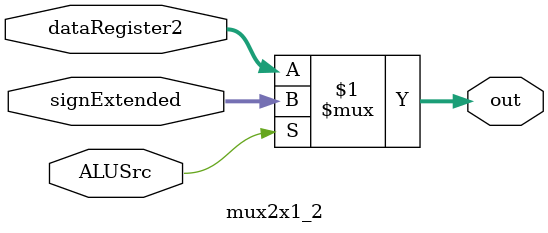
<source format=v>
module mux2x1_2(
    input wire [31:0] signExtended,
    input wire [31:0] dataRegister2,
    input wire ALUSrc,
    output wire [31:0] out
);
    
    assign out = (ALUSrc) ? signExtended : dataRegister2;

endmodule
</source>
